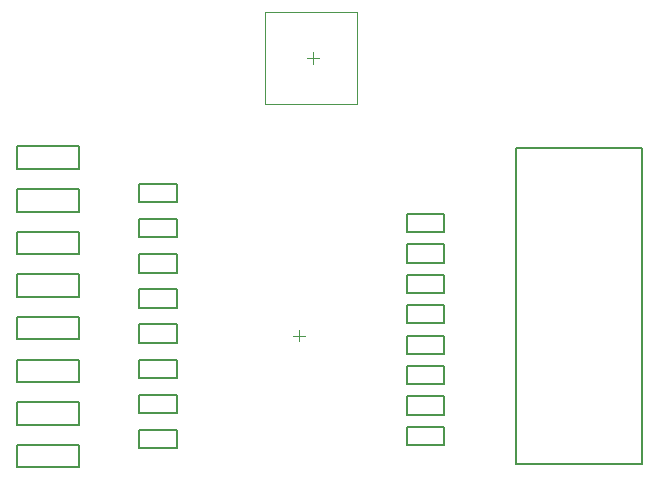
<source format=gbr>
%TF.GenerationSoftware,Altium Limited,Altium Designer,22.1.2 (22)*%
G04 Layer_Color=32768*
%FSLAX26Y26*%
%MOIN*%
%TF.SameCoordinates,26ABD0B8-493F-4C78-88A6-316F46C79C97*%
%TF.FilePolarity,Positive*%
%TF.FileFunction,Other,Top_Courtyard*%
%TF.Part,Single*%
G01*
G75*
%TA.AperFunction,NonConductor*%
%ADD27C,0.007874*%
%ADD29C,0.003937*%
%ADD32C,0.001968*%
D27*
X2890000Y2304916D02*
Y2379719D01*
Y2304916D02*
X3098661D01*
Y2379719D01*
X2890000D02*
X3098661D01*
X2890000Y2162773D02*
Y2237576D01*
Y2162773D02*
X3098661D01*
Y2237576D01*
X2890000D02*
X3098661D01*
X2890000Y2447058D02*
Y2521861D01*
Y2447058D02*
X3098661D01*
Y2521861D01*
X2890000D02*
X3098661D01*
X2890000Y2589201D02*
Y2664004D01*
Y2589201D02*
X3098661D01*
Y2664004D01*
X2890000D02*
X3098661D01*
X2890000Y2731344D02*
Y2806147D01*
Y2731344D02*
X3098661D01*
Y2806147D01*
X2890000D02*
X3098661D01*
X2890000Y3015630D02*
Y3090433D01*
Y3015630D02*
X3098661D01*
Y3090433D01*
X2890000D02*
X3098661D01*
X2890000Y2873487D02*
Y2948290D01*
Y2873487D02*
X3098661D01*
Y2948290D01*
X2890000D02*
X3098661D01*
X2890000Y2020630D02*
Y2095433D01*
Y2020630D02*
X3098661D01*
Y2095433D01*
X2890000D02*
X3098661D01*
X4555118Y2032677D02*
X4972441D01*
Y3085433D01*
X4555118D02*
X4972441D01*
X4555118Y2032677D02*
Y3085433D01*
X4188976Y2804133D02*
Y2865157D01*
Y2804133D02*
X4314961D01*
Y2865157D01*
X4188976D02*
X4314961D01*
X4188976Y2702896D02*
Y2763920D01*
Y2702896D02*
X4314961D01*
Y2763920D01*
X4188976D02*
X4314961D01*
X4188976Y2601659D02*
Y2662682D01*
Y2601659D02*
X4314961D01*
Y2662682D01*
X4188976D02*
X4314961D01*
X4188976Y2500422D02*
Y2561445D01*
Y2500422D02*
X4314961D01*
Y2561445D01*
X4188976D02*
X4314961D01*
X4188976Y2399184D02*
Y2460208D01*
Y2399184D02*
X4314961D01*
Y2460208D01*
X4188976D02*
X4314961D01*
X4188976Y2297947D02*
Y2358971D01*
Y2297947D02*
X4314961D01*
Y2358971D01*
X4188976D02*
X4314961D01*
X4188976Y2196710D02*
Y2257733D01*
Y2196710D02*
X4314961D01*
Y2257733D01*
X4188976D02*
X4314961D01*
X4188976Y2095472D02*
Y2156496D01*
Y2095472D02*
X4314961D01*
Y2156496D01*
X4188976D02*
X4314961D01*
X3422244Y2084488D02*
Y2145512D01*
X3296260D02*
X3422244D01*
X3296260Y2084488D02*
Y2145512D01*
Y2084488D02*
X3422244D01*
Y2201631D02*
Y2262655D01*
X3296260D02*
X3422244D01*
X3296260Y2201631D02*
Y2262655D01*
Y2201631D02*
X3422244D01*
Y2318774D02*
Y2379797D01*
X3296260D02*
X3422244D01*
X3296260Y2318774D02*
Y2379797D01*
Y2318774D02*
X3422244D01*
Y2435917D02*
Y2496940D01*
X3296260D02*
X3422244D01*
X3296260Y2435917D02*
Y2496940D01*
Y2435917D02*
X3422244D01*
Y2553059D02*
Y2614083D01*
X3296260D02*
X3422244D01*
X3296260Y2553059D02*
Y2614083D01*
Y2553059D02*
X3422244D01*
Y2670202D02*
Y2731226D01*
X3296260D02*
X3422244D01*
X3296260Y2670202D02*
Y2731226D01*
Y2670202D02*
X3422244D01*
Y2787345D02*
Y2848369D01*
X3296260D02*
X3422244D01*
X3296260Y2787345D02*
Y2848369D01*
Y2787345D02*
X3422244D01*
Y2904488D02*
Y2965511D01*
X3296260D02*
X3422244D01*
X3296260Y2904488D02*
Y2965511D01*
Y2904488D02*
X3422244D01*
D29*
X3830000Y2440315D02*
Y2479685D01*
X3810315Y2460000D02*
X3849685D01*
D32*
X3716535Y3232284D02*
Y3539370D01*
Y3232284D02*
X4023622D01*
Y3539370D01*
X3716535D02*
X4023622D01*
X3858268Y3385827D02*
X3897638D01*
X3877953Y3366142D02*
Y3405512D01*
%TF.MD5,421a8eca15831fb5d094004cb0d72f44*%
M02*

</source>
